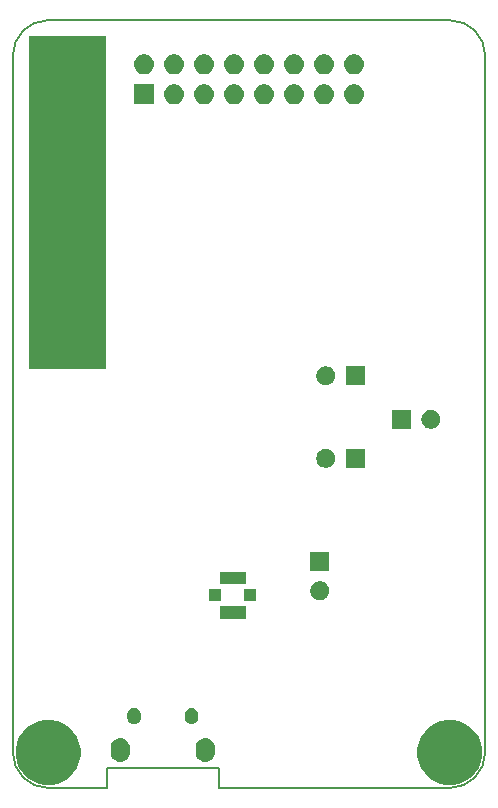
<source format=gbs>
G04 #@! TF.GenerationSoftware,KiCad,Pcbnew,(5.1.0-10-g6006703)*
G04 #@! TF.CreationDate,2019-06-03T13:36:41+08:00*
G04 #@! TF.ProjectId,cicada-2g,63696361-6461-42d3-9267-2e6b69636164,0.1*
G04 #@! TF.SameCoordinates,PX7cee6c0PY3dfd240*
G04 #@! TF.FileFunction,Soldermask,Bot*
G04 #@! TF.FilePolarity,Negative*
%FSLAX46Y46*%
G04 Gerber Fmt 4.6, Leading zero omitted, Abs format (unit mm)*
G04 Created by KiCad (PCBNEW (5.1.0-10-g6006703)) date 2019-06-03 13:36:41*
%MOMM*%
%LPD*%
G04 APERTURE LIST*
%ADD10C,0.150000*%
G04 APERTURE END LIST*
D10*
X-2500000Y-60000000D02*
X17000000Y-60000000D01*
X-2500000Y-58300000D02*
X-2500000Y-60000000D01*
X-12000000Y-58300000D02*
X-2500000Y-58300000D01*
X-12000000Y-60000000D02*
X-12000000Y-58300000D01*
X-17000000Y-60000000D02*
G75*
G02X-20000000Y-57000000I0J3000000D01*
G01*
X20000000Y-57000000D02*
G75*
G02X17000000Y-60000000I-3000000J0D01*
G01*
X17000000Y5000000D02*
G75*
G02X20000000Y2000000I0J-3000000D01*
G01*
X-20000000Y2000000D02*
G75*
G02X-17000000Y5000000I3000000J0D01*
G01*
X-20000000Y-57000000D02*
X-20000000Y2000000D01*
X-12000000Y-60000000D02*
X-17000000Y-60000000D01*
X20000000Y2000000D02*
X20000000Y-57000000D01*
X-17000000Y5000000D02*
X17000000Y5000000D01*
G36*
X17802144Y-54355680D02*
G01*
X18302612Y-54562981D01*
X18753022Y-54863935D01*
X19136065Y-55246978D01*
X19437019Y-55697388D01*
X19644320Y-56197856D01*
X19750000Y-56729147D01*
X19750000Y-57270853D01*
X19644320Y-57802144D01*
X19437019Y-58302612D01*
X19136065Y-58753022D01*
X18753022Y-59136065D01*
X18302612Y-59437019D01*
X17802144Y-59644320D01*
X17270853Y-59750000D01*
X16729147Y-59750000D01*
X16197856Y-59644320D01*
X15697388Y-59437019D01*
X15246978Y-59136065D01*
X14863935Y-58753022D01*
X14562981Y-58302612D01*
X14355680Y-57802144D01*
X14250000Y-57270853D01*
X14250000Y-56729147D01*
X14355680Y-56197856D01*
X14562981Y-55697388D01*
X14863935Y-55246978D01*
X15246978Y-54863935D01*
X15697388Y-54562981D01*
X16197856Y-54355680D01*
X16729147Y-54250000D01*
X17270853Y-54250000D01*
X17802144Y-54355680D01*
X17802144Y-54355680D01*
G37*
G36*
X-16197856Y-54355680D02*
G01*
X-15697388Y-54562981D01*
X-15246978Y-54863935D01*
X-14863935Y-55246978D01*
X-14562981Y-55697388D01*
X-14355680Y-56197856D01*
X-14250000Y-56729147D01*
X-14250000Y-57270853D01*
X-14355680Y-57802144D01*
X-14562981Y-58302612D01*
X-14863935Y-58753022D01*
X-15246978Y-59136065D01*
X-15697388Y-59437019D01*
X-16197856Y-59644320D01*
X-16729147Y-59750000D01*
X-17270853Y-59750000D01*
X-17802144Y-59644320D01*
X-18302612Y-59437019D01*
X-18753022Y-59136065D01*
X-19136065Y-58753022D01*
X-19437019Y-58302612D01*
X-19644320Y-57802144D01*
X-19750000Y-57270853D01*
X-19750000Y-56729147D01*
X-19644320Y-56197856D01*
X-19437019Y-55697388D01*
X-19136065Y-55246978D01*
X-18753022Y-54863935D01*
X-18302612Y-54562981D01*
X-17802144Y-54355680D01*
X-17270853Y-54250000D01*
X-16729147Y-54250000D01*
X-16197856Y-54355680D01*
X-16197856Y-54355680D01*
G37*
G36*
X-3540825Y-55811749D02*
G01*
X-3540822Y-55811750D01*
X-3540821Y-55811750D01*
X-3387759Y-55858181D01*
X-3387756Y-55858183D01*
X-3387755Y-55858183D01*
X-3246697Y-55933580D01*
X-3123051Y-56035052D01*
X-3021580Y-56158696D01*
X-3000649Y-56197855D01*
X-2946181Y-56299758D01*
X-2946181Y-56299759D01*
X-2899749Y-56452824D01*
X-2888000Y-56572115D01*
X-2888000Y-57027884D01*
X-2899749Y-57147176D01*
X-2899750Y-57147179D01*
X-2899750Y-57147180D01*
X-2946181Y-57300242D01*
X-2946183Y-57300245D01*
X-2946183Y-57300246D01*
X-3021580Y-57441304D01*
X-3123051Y-57564949D01*
X-3246696Y-57666420D01*
X-3387754Y-57741817D01*
X-3387758Y-57741819D01*
X-3540820Y-57788250D01*
X-3540821Y-57788250D01*
X-3540824Y-57788251D01*
X-3700000Y-57803928D01*
X-3859175Y-57788251D01*
X-3859178Y-57788250D01*
X-3859179Y-57788250D01*
X-4012241Y-57741819D01*
X-4012245Y-57741817D01*
X-4153303Y-57666420D01*
X-4276945Y-57564951D01*
X-4378422Y-57441301D01*
X-4453817Y-57300246D01*
X-4453817Y-57300245D01*
X-4453819Y-57300242D01*
X-4500250Y-57147180D01*
X-4500250Y-57147179D01*
X-4500251Y-57147176D01*
X-4512000Y-57027885D01*
X-4512000Y-56572116D01*
X-4500251Y-56452825D01*
X-4500250Y-56452821D01*
X-4453819Y-56299759D01*
X-4378419Y-56158696D01*
X-4378418Y-56158695D01*
X-4276948Y-56035051D01*
X-4153304Y-55933580D01*
X-4012246Y-55858183D01*
X-4012245Y-55858183D01*
X-4012242Y-55858181D01*
X-3859180Y-55811750D01*
X-3859179Y-55811750D01*
X-3859176Y-55811749D01*
X-3700000Y-55796072D01*
X-3540825Y-55811749D01*
X-3540825Y-55811749D01*
G37*
G36*
X-10740825Y-55811749D02*
G01*
X-10740822Y-55811750D01*
X-10740821Y-55811750D01*
X-10587759Y-55858181D01*
X-10587756Y-55858183D01*
X-10587755Y-55858183D01*
X-10446697Y-55933580D01*
X-10323051Y-56035052D01*
X-10221580Y-56158696D01*
X-10200649Y-56197855D01*
X-10146181Y-56299758D01*
X-10146181Y-56299759D01*
X-10099749Y-56452824D01*
X-10088000Y-56572115D01*
X-10088000Y-57027884D01*
X-10099749Y-57147176D01*
X-10099750Y-57147179D01*
X-10099750Y-57147180D01*
X-10146181Y-57300242D01*
X-10146183Y-57300245D01*
X-10146183Y-57300246D01*
X-10221580Y-57441304D01*
X-10323051Y-57564949D01*
X-10446696Y-57666420D01*
X-10587754Y-57741817D01*
X-10587758Y-57741819D01*
X-10740820Y-57788250D01*
X-10740821Y-57788250D01*
X-10740824Y-57788251D01*
X-10900000Y-57803928D01*
X-11059175Y-57788251D01*
X-11059178Y-57788250D01*
X-11059179Y-57788250D01*
X-11212241Y-57741819D01*
X-11212245Y-57741817D01*
X-11353303Y-57666420D01*
X-11476945Y-57564951D01*
X-11578422Y-57441301D01*
X-11653817Y-57300246D01*
X-11653817Y-57300245D01*
X-11653819Y-57300242D01*
X-11700250Y-57147180D01*
X-11700250Y-57147179D01*
X-11700251Y-57147176D01*
X-11712000Y-57027885D01*
X-11712000Y-56572116D01*
X-11700251Y-56452825D01*
X-11700250Y-56452821D01*
X-11653819Y-56299759D01*
X-11578419Y-56158696D01*
X-11578418Y-56158695D01*
X-11476948Y-56035051D01*
X-11353304Y-55933580D01*
X-11212246Y-55858183D01*
X-11212245Y-55858183D01*
X-11212242Y-55858181D01*
X-11059180Y-55811750D01*
X-11059179Y-55811750D01*
X-11059176Y-55811749D01*
X-10900000Y-55796072D01*
X-10740825Y-55811749D01*
X-10740825Y-55811749D01*
G37*
G36*
X-9622387Y-53232325D02*
G01*
X-9612280Y-53233320D01*
X-9558087Y-53249760D01*
X-9503893Y-53266199D01*
X-9404003Y-53319592D01*
X-9316446Y-53391446D01*
X-9244592Y-53479002D01*
X-9191199Y-53578892D01*
X-9158320Y-53687280D01*
X-9150000Y-53771754D01*
X-9150000Y-54028245D01*
X-9157131Y-54100651D01*
X-9158320Y-54112720D01*
X-9174760Y-54166913D01*
X-9191199Y-54221107D01*
X-9191200Y-54221108D01*
X-9244592Y-54320998D01*
X-9266917Y-54348201D01*
X-9316446Y-54408554D01*
X-9404002Y-54480408D01*
X-9503892Y-54533801D01*
X-9558086Y-54550241D01*
X-9612279Y-54566680D01*
X-9622386Y-54567675D01*
X-9725000Y-54577782D01*
X-9827613Y-54567675D01*
X-9837720Y-54566680D01*
X-9891913Y-54550241D01*
X-9946107Y-54533801D01*
X-10045997Y-54480408D01*
X-10133553Y-54408554D01*
X-10205407Y-54320998D01*
X-10258801Y-54221108D01*
X-10291680Y-54112720D01*
X-10300000Y-54028246D01*
X-10300000Y-53771755D01*
X-10291680Y-53687281D01*
X-10291679Y-53687279D01*
X-10258801Y-53578894D01*
X-10258801Y-53578893D01*
X-10205408Y-53479003D01*
X-10133554Y-53391446D01*
X-10045998Y-53319592D01*
X-9946108Y-53266199D01*
X-9891914Y-53249760D01*
X-9837721Y-53233320D01*
X-9827614Y-53232325D01*
X-9725000Y-53222218D01*
X-9622387Y-53232325D01*
X-9622387Y-53232325D01*
G37*
G36*
X-4772387Y-53232325D02*
G01*
X-4762280Y-53233320D01*
X-4708087Y-53249760D01*
X-4653893Y-53266199D01*
X-4554003Y-53319592D01*
X-4466446Y-53391446D01*
X-4394592Y-53479002D01*
X-4341199Y-53578892D01*
X-4308320Y-53687280D01*
X-4300000Y-53771754D01*
X-4300000Y-54028245D01*
X-4307131Y-54100651D01*
X-4308320Y-54112720D01*
X-4324760Y-54166913D01*
X-4341199Y-54221107D01*
X-4341200Y-54221108D01*
X-4394592Y-54320998D01*
X-4416917Y-54348201D01*
X-4466446Y-54408554D01*
X-4554002Y-54480408D01*
X-4653892Y-54533801D01*
X-4708086Y-54550241D01*
X-4762279Y-54566680D01*
X-4772386Y-54567675D01*
X-4875000Y-54577782D01*
X-4977613Y-54567675D01*
X-4987720Y-54566680D01*
X-5041913Y-54550241D01*
X-5096107Y-54533801D01*
X-5195997Y-54480408D01*
X-5283553Y-54408554D01*
X-5355407Y-54320998D01*
X-5408801Y-54221108D01*
X-5441680Y-54112720D01*
X-5450000Y-54028246D01*
X-5450000Y-53771755D01*
X-5441680Y-53687281D01*
X-5441679Y-53687279D01*
X-5408801Y-53578894D01*
X-5408801Y-53578893D01*
X-5355408Y-53479003D01*
X-5283554Y-53391446D01*
X-5195998Y-53319592D01*
X-5096108Y-53266199D01*
X-5041914Y-53249760D01*
X-4987721Y-53233320D01*
X-4977614Y-53232325D01*
X-4875000Y-53222218D01*
X-4772387Y-53232325D01*
X-4772387Y-53232325D01*
G37*
G36*
X-290000Y-45690000D02*
G01*
X-2490000Y-45690000D01*
X-2490000Y-44640000D01*
X-290000Y-44640000D01*
X-290000Y-45690000D01*
X-290000Y-45690000D01*
G37*
G36*
X610000Y-44190000D02*
G01*
X-390000Y-44190000D01*
X-390000Y-43190000D01*
X610000Y-43190000D01*
X610000Y-44190000D01*
X610000Y-44190000D01*
G37*
G36*
X-2390000Y-44190000D02*
G01*
X-3390000Y-44190000D01*
X-3390000Y-43190000D01*
X-2390000Y-43190000D01*
X-2390000Y-44190000D01*
X-2390000Y-44190000D01*
G37*
G36*
X6233351Y-42530743D02*
G01*
X6378941Y-42591048D01*
X6509970Y-42678599D01*
X6621401Y-42790030D01*
X6708952Y-42921059D01*
X6769257Y-43066649D01*
X6800000Y-43221206D01*
X6800000Y-43378794D01*
X6769257Y-43533351D01*
X6708952Y-43678941D01*
X6621401Y-43809970D01*
X6509970Y-43921401D01*
X6378941Y-44008952D01*
X6233351Y-44069257D01*
X6078794Y-44100000D01*
X5921206Y-44100000D01*
X5766649Y-44069257D01*
X5621059Y-44008952D01*
X5490030Y-43921401D01*
X5378599Y-43809970D01*
X5291048Y-43678941D01*
X5230743Y-43533351D01*
X5200000Y-43378794D01*
X5200000Y-43221206D01*
X5230743Y-43066649D01*
X5291048Y-42921059D01*
X5378599Y-42790030D01*
X5490030Y-42678599D01*
X5621059Y-42591048D01*
X5766649Y-42530743D01*
X5921206Y-42500000D01*
X6078794Y-42500000D01*
X6233351Y-42530743D01*
X6233351Y-42530743D01*
G37*
G36*
X-290000Y-42740000D02*
G01*
X-2490000Y-42740000D01*
X-2490000Y-41690000D01*
X-290000Y-41690000D01*
X-290000Y-42740000D01*
X-290000Y-42740000D01*
G37*
G36*
X6800000Y-41600000D02*
G01*
X5200000Y-41600000D01*
X5200000Y-40000000D01*
X6800000Y-40000000D01*
X6800000Y-41600000D01*
X6800000Y-41600000D01*
G37*
G36*
X9800000Y-32900000D02*
G01*
X8200000Y-32900000D01*
X8200000Y-31300000D01*
X9800000Y-31300000D01*
X9800000Y-32900000D01*
X9800000Y-32900000D01*
G37*
G36*
X6733351Y-31330743D02*
G01*
X6878941Y-31391048D01*
X7009970Y-31478599D01*
X7121401Y-31590030D01*
X7208952Y-31721059D01*
X7269257Y-31866649D01*
X7300000Y-32021206D01*
X7300000Y-32178794D01*
X7269257Y-32333351D01*
X7208952Y-32478941D01*
X7121401Y-32609970D01*
X7009970Y-32721401D01*
X6878941Y-32808952D01*
X6733351Y-32869257D01*
X6578794Y-32900000D01*
X6421206Y-32900000D01*
X6266649Y-32869257D01*
X6121059Y-32808952D01*
X5990030Y-32721401D01*
X5878599Y-32609970D01*
X5791048Y-32478941D01*
X5730743Y-32333351D01*
X5700000Y-32178794D01*
X5700000Y-32021206D01*
X5730743Y-31866649D01*
X5791048Y-31721059D01*
X5878599Y-31590030D01*
X5990030Y-31478599D01*
X6121059Y-31391048D01*
X6266649Y-31330743D01*
X6421206Y-31300000D01*
X6578794Y-31300000D01*
X6733351Y-31330743D01*
X6733351Y-31330743D01*
G37*
G36*
X15633351Y-28030743D02*
G01*
X15778941Y-28091048D01*
X15909970Y-28178599D01*
X16021401Y-28290030D01*
X16108952Y-28421059D01*
X16169257Y-28566649D01*
X16200000Y-28721206D01*
X16200000Y-28878794D01*
X16169257Y-29033351D01*
X16108952Y-29178941D01*
X16021401Y-29309970D01*
X15909970Y-29421401D01*
X15778941Y-29508952D01*
X15633351Y-29569257D01*
X15478794Y-29600000D01*
X15321206Y-29600000D01*
X15166649Y-29569257D01*
X15021059Y-29508952D01*
X14890030Y-29421401D01*
X14778599Y-29309970D01*
X14691048Y-29178941D01*
X14630743Y-29033351D01*
X14600000Y-28878794D01*
X14600000Y-28721206D01*
X14630743Y-28566649D01*
X14691048Y-28421059D01*
X14778599Y-28290030D01*
X14890030Y-28178599D01*
X15021059Y-28091048D01*
X15166649Y-28030743D01*
X15321206Y-28000000D01*
X15478794Y-28000000D01*
X15633351Y-28030743D01*
X15633351Y-28030743D01*
G37*
G36*
X13700000Y-29600000D02*
G01*
X12100000Y-29600000D01*
X12100000Y-28000000D01*
X13700000Y-28000000D01*
X13700000Y-29600000D01*
X13700000Y-29600000D01*
G37*
G36*
X9800000Y-25900000D02*
G01*
X8200000Y-25900000D01*
X8200000Y-24300000D01*
X9800000Y-24300000D01*
X9800000Y-25900000D01*
X9800000Y-25900000D01*
G37*
G36*
X6733351Y-24330743D02*
G01*
X6878941Y-24391048D01*
X7009970Y-24478599D01*
X7121401Y-24590030D01*
X7208952Y-24721059D01*
X7269257Y-24866649D01*
X7300000Y-25021206D01*
X7300000Y-25178794D01*
X7269257Y-25333351D01*
X7208952Y-25478941D01*
X7121401Y-25609970D01*
X7009970Y-25721401D01*
X6878941Y-25808952D01*
X6733351Y-25869257D01*
X6578794Y-25900000D01*
X6421206Y-25900000D01*
X6266649Y-25869257D01*
X6121059Y-25808952D01*
X5990030Y-25721401D01*
X5878599Y-25609970D01*
X5791048Y-25478941D01*
X5730743Y-25333351D01*
X5700000Y-25178794D01*
X5700000Y-25021206D01*
X5730743Y-24866649D01*
X5791048Y-24721059D01*
X5878599Y-24590030D01*
X5990030Y-24478599D01*
X6121059Y-24391048D01*
X6266649Y-24330743D01*
X6421206Y-24300000D01*
X6578794Y-24300000D01*
X6733351Y-24330743D01*
X6733351Y-24330743D01*
G37*
G36*
X-12100000Y-24500000D02*
G01*
X-18600000Y-24500000D01*
X-18600000Y3700000D01*
X-12100000Y3700000D01*
X-12100000Y-24500000D01*
X-12100000Y-24500000D01*
G37*
G36*
X9056627Y-432299D02*
G01*
X9136742Y-456602D01*
X9216855Y-480903D01*
X9216857Y-480904D01*
X9364518Y-559831D01*
X9493949Y-666051D01*
X9600169Y-795482D01*
X9679096Y-943143D01*
X9727701Y-1103373D01*
X9744112Y-1270000D01*
X9727701Y-1436627D01*
X9679096Y-1596857D01*
X9600169Y-1744518D01*
X9493949Y-1873949D01*
X9364518Y-1980169D01*
X9216857Y-2059096D01*
X9216855Y-2059097D01*
X9136742Y-2083398D01*
X9056627Y-2107701D01*
X8931752Y-2120000D01*
X8848248Y-2120000D01*
X8723373Y-2107701D01*
X8643258Y-2083398D01*
X8563145Y-2059097D01*
X8563143Y-2059096D01*
X8415482Y-1980169D01*
X8286051Y-1873949D01*
X8179831Y-1744518D01*
X8100904Y-1596857D01*
X8052299Y-1436627D01*
X8035888Y-1270000D01*
X8052299Y-1103373D01*
X8100904Y-943143D01*
X8179831Y-795482D01*
X8286051Y-666051D01*
X8415482Y-559831D01*
X8563143Y-480904D01*
X8563145Y-480903D01*
X8643258Y-456602D01*
X8723373Y-432299D01*
X8848248Y-420000D01*
X8931752Y-420000D01*
X9056627Y-432299D01*
X9056627Y-432299D01*
G37*
G36*
X6516627Y-432299D02*
G01*
X6596742Y-456602D01*
X6676855Y-480903D01*
X6676857Y-480904D01*
X6824518Y-559831D01*
X6953949Y-666051D01*
X7060169Y-795482D01*
X7139096Y-943143D01*
X7187701Y-1103373D01*
X7204112Y-1270000D01*
X7187701Y-1436627D01*
X7139096Y-1596857D01*
X7060169Y-1744518D01*
X6953949Y-1873949D01*
X6824518Y-1980169D01*
X6676857Y-2059096D01*
X6676855Y-2059097D01*
X6596742Y-2083398D01*
X6516627Y-2107701D01*
X6391752Y-2120000D01*
X6308248Y-2120000D01*
X6183373Y-2107701D01*
X6103258Y-2083398D01*
X6023145Y-2059097D01*
X6023143Y-2059096D01*
X5875482Y-1980169D01*
X5746051Y-1873949D01*
X5639831Y-1744518D01*
X5560904Y-1596857D01*
X5512299Y-1436627D01*
X5495888Y-1270000D01*
X5512299Y-1103373D01*
X5560904Y-943143D01*
X5639831Y-795482D01*
X5746051Y-666051D01*
X5875482Y-559831D01*
X6023143Y-480904D01*
X6023145Y-480903D01*
X6103258Y-456602D01*
X6183373Y-432299D01*
X6308248Y-420000D01*
X6391752Y-420000D01*
X6516627Y-432299D01*
X6516627Y-432299D01*
G37*
G36*
X-8040000Y-2120000D02*
G01*
X-9740000Y-2120000D01*
X-9740000Y-420000D01*
X-8040000Y-420000D01*
X-8040000Y-2120000D01*
X-8040000Y-2120000D01*
G37*
G36*
X3976627Y-432299D02*
G01*
X4056742Y-456602D01*
X4136855Y-480903D01*
X4136857Y-480904D01*
X4284518Y-559831D01*
X4413949Y-666051D01*
X4520169Y-795482D01*
X4599096Y-943143D01*
X4647701Y-1103373D01*
X4664112Y-1270000D01*
X4647701Y-1436627D01*
X4599096Y-1596857D01*
X4520169Y-1744518D01*
X4413949Y-1873949D01*
X4284518Y-1980169D01*
X4136857Y-2059096D01*
X4136855Y-2059097D01*
X4056742Y-2083398D01*
X3976627Y-2107701D01*
X3851752Y-2120000D01*
X3768248Y-2120000D01*
X3643373Y-2107701D01*
X3563258Y-2083398D01*
X3483145Y-2059097D01*
X3483143Y-2059096D01*
X3335482Y-1980169D01*
X3206051Y-1873949D01*
X3099831Y-1744518D01*
X3020904Y-1596857D01*
X2972299Y-1436627D01*
X2955888Y-1270000D01*
X2972299Y-1103373D01*
X3020904Y-943143D01*
X3099831Y-795482D01*
X3206051Y-666051D01*
X3335482Y-559831D01*
X3483143Y-480904D01*
X3483145Y-480903D01*
X3563258Y-456602D01*
X3643373Y-432299D01*
X3768248Y-420000D01*
X3851752Y-420000D01*
X3976627Y-432299D01*
X3976627Y-432299D01*
G37*
G36*
X1436627Y-432299D02*
G01*
X1516742Y-456602D01*
X1596855Y-480903D01*
X1596857Y-480904D01*
X1744518Y-559831D01*
X1873949Y-666051D01*
X1980169Y-795482D01*
X2059096Y-943143D01*
X2107701Y-1103373D01*
X2124112Y-1270000D01*
X2107701Y-1436627D01*
X2059096Y-1596857D01*
X1980169Y-1744518D01*
X1873949Y-1873949D01*
X1744518Y-1980169D01*
X1596857Y-2059096D01*
X1596855Y-2059097D01*
X1516742Y-2083398D01*
X1436627Y-2107701D01*
X1311752Y-2120000D01*
X1228248Y-2120000D01*
X1103373Y-2107701D01*
X1023258Y-2083398D01*
X943145Y-2059097D01*
X943143Y-2059096D01*
X795482Y-1980169D01*
X666051Y-1873949D01*
X559831Y-1744518D01*
X480904Y-1596857D01*
X432299Y-1436627D01*
X415888Y-1270000D01*
X432299Y-1103373D01*
X480904Y-943143D01*
X559831Y-795482D01*
X666051Y-666051D01*
X795482Y-559831D01*
X943143Y-480904D01*
X943145Y-480903D01*
X1023258Y-456602D01*
X1103373Y-432299D01*
X1228248Y-420000D01*
X1311752Y-420000D01*
X1436627Y-432299D01*
X1436627Y-432299D01*
G37*
G36*
X-1103373Y-432299D02*
G01*
X-1023258Y-456602D01*
X-943145Y-480903D01*
X-943143Y-480904D01*
X-795482Y-559831D01*
X-666051Y-666051D01*
X-559831Y-795482D01*
X-480904Y-943143D01*
X-432299Y-1103373D01*
X-415888Y-1270000D01*
X-432299Y-1436627D01*
X-480904Y-1596857D01*
X-559831Y-1744518D01*
X-666051Y-1873949D01*
X-795482Y-1980169D01*
X-943143Y-2059096D01*
X-943145Y-2059097D01*
X-1023258Y-2083398D01*
X-1103373Y-2107701D01*
X-1228248Y-2120000D01*
X-1311752Y-2120000D01*
X-1436627Y-2107701D01*
X-1516742Y-2083398D01*
X-1596855Y-2059097D01*
X-1596857Y-2059096D01*
X-1744518Y-1980169D01*
X-1873949Y-1873949D01*
X-1980169Y-1744518D01*
X-2059096Y-1596857D01*
X-2107701Y-1436627D01*
X-2124112Y-1270000D01*
X-2107701Y-1103373D01*
X-2059096Y-943143D01*
X-1980169Y-795482D01*
X-1873949Y-666051D01*
X-1744518Y-559831D01*
X-1596857Y-480904D01*
X-1596855Y-480903D01*
X-1516742Y-456602D01*
X-1436627Y-432299D01*
X-1311752Y-420000D01*
X-1228248Y-420000D01*
X-1103373Y-432299D01*
X-1103373Y-432299D01*
G37*
G36*
X-3643373Y-432299D02*
G01*
X-3563258Y-456602D01*
X-3483145Y-480903D01*
X-3483143Y-480904D01*
X-3335482Y-559831D01*
X-3206051Y-666051D01*
X-3099831Y-795482D01*
X-3020904Y-943143D01*
X-2972299Y-1103373D01*
X-2955888Y-1270000D01*
X-2972299Y-1436627D01*
X-3020904Y-1596857D01*
X-3099831Y-1744518D01*
X-3206051Y-1873949D01*
X-3335482Y-1980169D01*
X-3483143Y-2059096D01*
X-3483145Y-2059097D01*
X-3563258Y-2083398D01*
X-3643373Y-2107701D01*
X-3768248Y-2120000D01*
X-3851752Y-2120000D01*
X-3976627Y-2107701D01*
X-4056742Y-2083398D01*
X-4136855Y-2059097D01*
X-4136857Y-2059096D01*
X-4284518Y-1980169D01*
X-4413949Y-1873949D01*
X-4520169Y-1744518D01*
X-4599096Y-1596857D01*
X-4647701Y-1436627D01*
X-4664112Y-1270000D01*
X-4647701Y-1103373D01*
X-4599096Y-943143D01*
X-4520169Y-795482D01*
X-4413949Y-666051D01*
X-4284518Y-559831D01*
X-4136857Y-480904D01*
X-4136855Y-480903D01*
X-4056742Y-456602D01*
X-3976627Y-432299D01*
X-3851752Y-420000D01*
X-3768248Y-420000D01*
X-3643373Y-432299D01*
X-3643373Y-432299D01*
G37*
G36*
X-6183373Y-432299D02*
G01*
X-6103258Y-456602D01*
X-6023145Y-480903D01*
X-6023143Y-480904D01*
X-5875482Y-559831D01*
X-5746051Y-666051D01*
X-5639831Y-795482D01*
X-5560904Y-943143D01*
X-5512299Y-1103373D01*
X-5495888Y-1270000D01*
X-5512299Y-1436627D01*
X-5560904Y-1596857D01*
X-5639831Y-1744518D01*
X-5746051Y-1873949D01*
X-5875482Y-1980169D01*
X-6023143Y-2059096D01*
X-6023145Y-2059097D01*
X-6103258Y-2083398D01*
X-6183373Y-2107701D01*
X-6308248Y-2120000D01*
X-6391752Y-2120000D01*
X-6516627Y-2107701D01*
X-6596742Y-2083398D01*
X-6676855Y-2059097D01*
X-6676857Y-2059096D01*
X-6824518Y-1980169D01*
X-6953949Y-1873949D01*
X-7060169Y-1744518D01*
X-7139096Y-1596857D01*
X-7187701Y-1436627D01*
X-7204112Y-1270000D01*
X-7187701Y-1103373D01*
X-7139096Y-943143D01*
X-7060169Y-795482D01*
X-6953949Y-666051D01*
X-6824518Y-559831D01*
X-6676857Y-480904D01*
X-6676855Y-480903D01*
X-6596742Y-456602D01*
X-6516627Y-432299D01*
X-6391752Y-420000D01*
X-6308248Y-420000D01*
X-6183373Y-432299D01*
X-6183373Y-432299D01*
G37*
G36*
X6516627Y2107701D02*
G01*
X6596742Y2083398D01*
X6676855Y2059097D01*
X6676857Y2059096D01*
X6824518Y1980169D01*
X6953949Y1873949D01*
X7060169Y1744518D01*
X7139096Y1596857D01*
X7187701Y1436627D01*
X7204112Y1270000D01*
X7187701Y1103373D01*
X7139096Y943143D01*
X7060169Y795482D01*
X6953949Y666051D01*
X6824518Y559831D01*
X6676857Y480904D01*
X6676855Y480903D01*
X6596742Y456601D01*
X6516627Y432299D01*
X6391752Y420000D01*
X6308248Y420000D01*
X6183373Y432299D01*
X6103258Y456602D01*
X6023145Y480903D01*
X6023143Y480904D01*
X5875482Y559831D01*
X5746051Y666051D01*
X5639831Y795482D01*
X5560904Y943143D01*
X5512299Y1103373D01*
X5495888Y1270000D01*
X5512299Y1436627D01*
X5560904Y1596857D01*
X5639831Y1744518D01*
X5746051Y1873949D01*
X5875482Y1980169D01*
X6023143Y2059096D01*
X6023145Y2059097D01*
X6103258Y2083398D01*
X6183373Y2107701D01*
X6308248Y2120000D01*
X6391752Y2120000D01*
X6516627Y2107701D01*
X6516627Y2107701D01*
G37*
G36*
X9056627Y2107701D02*
G01*
X9136742Y2083398D01*
X9216855Y2059097D01*
X9216857Y2059096D01*
X9364518Y1980169D01*
X9493949Y1873949D01*
X9600169Y1744518D01*
X9679096Y1596857D01*
X9727701Y1436627D01*
X9744112Y1270000D01*
X9727701Y1103373D01*
X9679096Y943143D01*
X9600169Y795482D01*
X9493949Y666051D01*
X9364518Y559831D01*
X9216857Y480904D01*
X9216855Y480903D01*
X9136742Y456601D01*
X9056627Y432299D01*
X8931752Y420000D01*
X8848248Y420000D01*
X8723373Y432299D01*
X8643258Y456602D01*
X8563145Y480903D01*
X8563143Y480904D01*
X8415482Y559831D01*
X8286051Y666051D01*
X8179831Y795482D01*
X8100904Y943143D01*
X8052299Y1103373D01*
X8035888Y1270000D01*
X8052299Y1436627D01*
X8100904Y1596857D01*
X8179831Y1744518D01*
X8286051Y1873949D01*
X8415482Y1980169D01*
X8563143Y2059096D01*
X8563145Y2059097D01*
X8643258Y2083398D01*
X8723373Y2107701D01*
X8848248Y2120000D01*
X8931752Y2120000D01*
X9056627Y2107701D01*
X9056627Y2107701D01*
G37*
G36*
X3976627Y2107701D02*
G01*
X4056742Y2083398D01*
X4136855Y2059097D01*
X4136857Y2059096D01*
X4284518Y1980169D01*
X4413949Y1873949D01*
X4520169Y1744518D01*
X4599096Y1596857D01*
X4647701Y1436627D01*
X4664112Y1270000D01*
X4647701Y1103373D01*
X4599096Y943143D01*
X4520169Y795482D01*
X4413949Y666051D01*
X4284518Y559831D01*
X4136857Y480904D01*
X4136855Y480903D01*
X4056742Y456601D01*
X3976627Y432299D01*
X3851752Y420000D01*
X3768248Y420000D01*
X3643373Y432299D01*
X3563258Y456602D01*
X3483145Y480903D01*
X3483143Y480904D01*
X3335482Y559831D01*
X3206051Y666051D01*
X3099831Y795482D01*
X3020904Y943143D01*
X2972299Y1103373D01*
X2955888Y1270000D01*
X2972299Y1436627D01*
X3020904Y1596857D01*
X3099831Y1744518D01*
X3206051Y1873949D01*
X3335482Y1980169D01*
X3483143Y2059096D01*
X3483145Y2059097D01*
X3563258Y2083398D01*
X3643373Y2107701D01*
X3768248Y2120000D01*
X3851752Y2120000D01*
X3976627Y2107701D01*
X3976627Y2107701D01*
G37*
G36*
X1436627Y2107701D02*
G01*
X1516742Y2083398D01*
X1596855Y2059097D01*
X1596857Y2059096D01*
X1744518Y1980169D01*
X1873949Y1873949D01*
X1980169Y1744518D01*
X2059096Y1596857D01*
X2107701Y1436627D01*
X2124112Y1270000D01*
X2107701Y1103373D01*
X2059096Y943143D01*
X1980169Y795482D01*
X1873949Y666051D01*
X1744518Y559831D01*
X1596857Y480904D01*
X1596855Y480903D01*
X1516742Y456601D01*
X1436627Y432299D01*
X1311752Y420000D01*
X1228248Y420000D01*
X1103373Y432299D01*
X1023258Y456602D01*
X943145Y480903D01*
X943143Y480904D01*
X795482Y559831D01*
X666051Y666051D01*
X559831Y795482D01*
X480904Y943143D01*
X432299Y1103373D01*
X415888Y1270000D01*
X432299Y1436627D01*
X480904Y1596857D01*
X559831Y1744518D01*
X666051Y1873949D01*
X795482Y1980169D01*
X943143Y2059096D01*
X943145Y2059097D01*
X1023258Y2083398D01*
X1103373Y2107701D01*
X1228248Y2120000D01*
X1311752Y2120000D01*
X1436627Y2107701D01*
X1436627Y2107701D01*
G37*
G36*
X-1103373Y2107701D02*
G01*
X-1023258Y2083398D01*
X-943145Y2059097D01*
X-943143Y2059096D01*
X-795482Y1980169D01*
X-666051Y1873949D01*
X-559831Y1744518D01*
X-480904Y1596857D01*
X-432299Y1436627D01*
X-415888Y1270000D01*
X-432299Y1103373D01*
X-480904Y943143D01*
X-559831Y795482D01*
X-666051Y666051D01*
X-795482Y559831D01*
X-943143Y480904D01*
X-943145Y480903D01*
X-1023258Y456601D01*
X-1103373Y432299D01*
X-1228248Y420000D01*
X-1311752Y420000D01*
X-1436627Y432299D01*
X-1516742Y456602D01*
X-1596855Y480903D01*
X-1596857Y480904D01*
X-1744518Y559831D01*
X-1873949Y666051D01*
X-1980169Y795482D01*
X-2059096Y943143D01*
X-2107701Y1103373D01*
X-2124112Y1270000D01*
X-2107701Y1436627D01*
X-2059096Y1596857D01*
X-1980169Y1744518D01*
X-1873949Y1873949D01*
X-1744518Y1980169D01*
X-1596857Y2059096D01*
X-1596855Y2059097D01*
X-1516742Y2083398D01*
X-1436627Y2107701D01*
X-1311752Y2120000D01*
X-1228248Y2120000D01*
X-1103373Y2107701D01*
X-1103373Y2107701D01*
G37*
G36*
X-3643373Y2107701D02*
G01*
X-3563258Y2083398D01*
X-3483145Y2059097D01*
X-3483143Y2059096D01*
X-3335482Y1980169D01*
X-3206051Y1873949D01*
X-3099831Y1744518D01*
X-3020904Y1596857D01*
X-2972299Y1436627D01*
X-2955888Y1270000D01*
X-2972299Y1103373D01*
X-3020904Y943143D01*
X-3099831Y795482D01*
X-3206051Y666051D01*
X-3335482Y559831D01*
X-3483143Y480904D01*
X-3483145Y480903D01*
X-3563258Y456601D01*
X-3643373Y432299D01*
X-3768248Y420000D01*
X-3851752Y420000D01*
X-3976627Y432299D01*
X-4056742Y456602D01*
X-4136855Y480903D01*
X-4136857Y480904D01*
X-4284518Y559831D01*
X-4413949Y666051D01*
X-4520169Y795482D01*
X-4599096Y943143D01*
X-4647701Y1103373D01*
X-4664112Y1270000D01*
X-4647701Y1436627D01*
X-4599096Y1596857D01*
X-4520169Y1744518D01*
X-4413949Y1873949D01*
X-4284518Y1980169D01*
X-4136857Y2059096D01*
X-4136855Y2059097D01*
X-4056742Y2083398D01*
X-3976627Y2107701D01*
X-3851752Y2120000D01*
X-3768248Y2120000D01*
X-3643373Y2107701D01*
X-3643373Y2107701D01*
G37*
G36*
X-6183373Y2107701D02*
G01*
X-6103258Y2083398D01*
X-6023145Y2059097D01*
X-6023143Y2059096D01*
X-5875482Y1980169D01*
X-5746051Y1873949D01*
X-5639831Y1744518D01*
X-5560904Y1596857D01*
X-5512299Y1436627D01*
X-5495888Y1270000D01*
X-5512299Y1103373D01*
X-5560904Y943143D01*
X-5639831Y795482D01*
X-5746051Y666051D01*
X-5875482Y559831D01*
X-6023143Y480904D01*
X-6023145Y480903D01*
X-6103258Y456601D01*
X-6183373Y432299D01*
X-6308248Y420000D01*
X-6391752Y420000D01*
X-6516627Y432299D01*
X-6596742Y456602D01*
X-6676855Y480903D01*
X-6676857Y480904D01*
X-6824518Y559831D01*
X-6953949Y666051D01*
X-7060169Y795482D01*
X-7139096Y943143D01*
X-7187701Y1103373D01*
X-7204112Y1270000D01*
X-7187701Y1436627D01*
X-7139096Y1596857D01*
X-7060169Y1744518D01*
X-6953949Y1873949D01*
X-6824518Y1980169D01*
X-6676857Y2059096D01*
X-6676855Y2059097D01*
X-6596742Y2083398D01*
X-6516627Y2107701D01*
X-6391752Y2120000D01*
X-6308248Y2120000D01*
X-6183373Y2107701D01*
X-6183373Y2107701D01*
G37*
G36*
X-8723373Y2107701D02*
G01*
X-8643258Y2083398D01*
X-8563145Y2059097D01*
X-8563143Y2059096D01*
X-8415482Y1980169D01*
X-8286051Y1873949D01*
X-8179831Y1744518D01*
X-8100904Y1596857D01*
X-8052299Y1436627D01*
X-8035888Y1270000D01*
X-8052299Y1103373D01*
X-8100904Y943143D01*
X-8179831Y795482D01*
X-8286051Y666051D01*
X-8415482Y559831D01*
X-8563143Y480904D01*
X-8563145Y480903D01*
X-8643258Y456601D01*
X-8723373Y432299D01*
X-8848248Y420000D01*
X-8931752Y420000D01*
X-9056627Y432299D01*
X-9136742Y456602D01*
X-9216855Y480903D01*
X-9216857Y480904D01*
X-9364518Y559831D01*
X-9493949Y666051D01*
X-9600169Y795482D01*
X-9679096Y943143D01*
X-9727701Y1103373D01*
X-9744112Y1270000D01*
X-9727701Y1436627D01*
X-9679096Y1596857D01*
X-9600169Y1744518D01*
X-9493949Y1873949D01*
X-9364518Y1980169D01*
X-9216857Y2059096D01*
X-9216855Y2059097D01*
X-9136742Y2083398D01*
X-9056627Y2107701D01*
X-8931752Y2120000D01*
X-8848248Y2120000D01*
X-8723373Y2107701D01*
X-8723373Y2107701D01*
G37*
M02*

</source>
